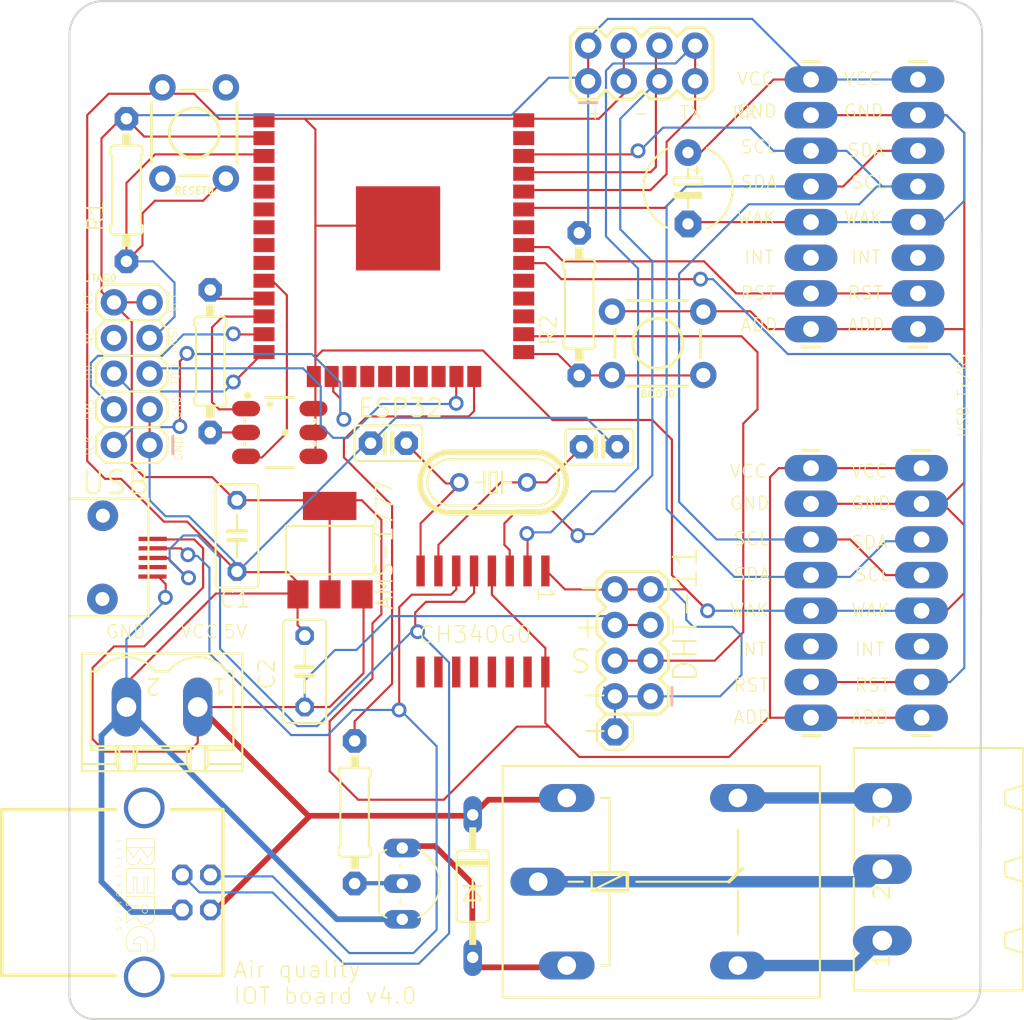
<source format=kicad_pcb>
(kicad_pcb (version 20241229) (generator "pcbnew") (generator_version "9.0")
  (layers (0 "F.Cu" signal) (2 "B.Cu" signal) (13 "F.Paste" user) (15 "B.Paste" user) (5 "F.SilkS" user "F.Silkscreen") (7 "B.SilkS" user "B.Silkscreen") (1 "F.Mask" user) (3 "B.Mask" user) (25 "Edge.Cuts" user))
  (net 0 "")
  (net 1 "S$2")
  (net 2 "S$3")
  (net 3 "S$4")
  (net 4 "S$23")
  (net 5 "S$7")
  (net 6 "S$74")
  (net 7 "S$38")
  (net 8 "S$93")
  (net 9 "S$35")
  (net 10 "S$13")
  (net 11 "S$9")
  (net 12 "S$15")
  (net 13 "S$16")
  (net 14 "S$14")
  (net 15 "S$27")
  (net 16 "S$17")
  (net 17 "S$21")
  (net 18 "S$53")
  (net 19 "S$12")
  (net 20 "S$1")
  (net 21 "S$24")
  (net 22 "S$26")
  (net 23 "S$28")
  (net 24 "S$29")
  (net 25 "S$10")
  (net 26 "S$31")
  (net 27 "S$34")
  (net 28 "S$42")
  (net 29 "S$49")
  (net 30 "S$11")
  (net 31 "S$50")
  (net 32 "S$20")
  (net 33 "S$57")
  (net 34 "S$64")
  (net 35 "S$75")
  (net 36 "S$76")
  (net 37 "S$6")
  (net 38 "S$94")
  (net 39 "S$95")
  (net 40 "S$5")
  (net 41 "S$96")
  (net 42 "S$86")
  (net 43 "S$18")
  (net 44 "S$99")
  (net 45 "S$8")
  (net 46 "S$19")
  (net 47 "S$43")
  (net 48 "S$47")
  (net 49 "S$48")
  (net 50 "S$55")
  (net 51 "S$107")
  (net 52 "S$61")
  (net 53 "S$59")
  (net 54 "S$60")
  (net 55 "S$56")
  (net 56 "S$62")
  (net 57 "S$68")
  (footprint "CO2_Sensor_CH340g:C050-030X075_420" (layer "F.Cu") (at 127.9271 106.842835 90)
    (property "Reference" "C1")
    (property "Value" "100uF")
  )
  (footprint "CO2_Sensor_CH340g:E5-6_420" (layer "F.Cu") (at 160.0581 82.077835 -90)
    (property "Reference" "E$18" (hide yes))
    (property "Value" "1000uf")
  )
  (footprint "CO2_Sensor_CH340g:dummyfp4" (layer "F.Cu") (at 129.0701 134.782835)
    (property "Reference" "UNK_HOLE_4" (hide yes))
    (property "Value" "")
  )
  (footprint "CO2_Sensor_CH340g:MSTBA3_176" (layer "F.Cu") (at 178.9811 130.591835 90)
    (property "Reference" "E$17" (hide yes))
    (property "Value" "")
  )
  (footprint "CO2_Sensor_CH340g:MSTBV2_176" (layer "F.Cu") (at 122.5931 119.034835 180)
    (property "Reference" "E$5" (hide yes))
    (property "Value" "")
  )
  (footprint "CO2_Sensor_CH340g:ESP-WROOM-32" (layer "F.Cu") (at 139.1031 84.236835)
    (property "Reference" "ESP32")
    (property "Value" "")
  )
  (footprint "CO2_Sensor_CH340g:2X4_513" (layer "F.Cu") (at 156.1211 114.462835 90)
    (property "Reference" "E$9" (hide yes))
    (property "Value" "")
  )
  (footprint "CO2_Sensor_CH340g:0207_10_420" (layer "F.Cu") (at 120.0531 82.204835 90)
    (property "Reference" "R1")
    (property "Value" "10k")
  )
  (footprint "CO2_Sensor_CH340g:TACTILE_SWITCH_PTH_6.0MM_535" (layer "F.Cu") (at 124.8791 78.140835 90)
    (property "Reference" "RESET0")
    (property "Value" "")
  )
  (footprint "CO2_Sensor_CH340g:HC49_S_204" (layer "F.Cu") (at 146.179528 103.031189)
    (property "Reference" "E$11" (hide yes))
    (property "Value" "12Mhz")
  )
  (footprint "CO2_Sensor_CH340g:C025-025X050_420" (layer "F.Cu") (at 138.716828 100.238714 180)
    (property "Reference" "E$13" (hide yes))
    (property "Value" "22pf")
  )
  (footprint "CO2_Sensor_CH340g:0207_10_420" (layer "F.Cu") (at 152.3111 90.332835 90)
    (property "Reference" "R2")
    (property "Value" "10k")
  )
  (footprint "CO2_Sensor_CH340g:TO92-_398" (layer "F.Cu") (at 139.7046 131.617839 -90)
    (property "Reference" "BC547" (hide yes))
    (property "Value" "BC547")
  )
  (footprint "CO2_Sensor_CH340g:PN61729-S_130" (layer "F.Cu") (at 121.3231 132.242835 -90)
    (property "Reference" "E$19" (hide yes))
    (property "Value" "")
  )
  (footprint "CO2_Sensor_CH340g:1X08_LONGPADS_513" (layer "F.Cu") (at 168.8211 119.796835 90)
    (property "Reference" "E$6" (hide yes))
    (property "Value" "")
  )
  (footprint "CO2_Sensor_CH340g:SOP16_338" (layer "F.Cu") (at 145.4531 112.938835 180)
    (property "Reference" "CH340G0")
    (property "Value" "")
  )
  (footprint "CO2_Sensor_CH340g:1X08_LONGPADS_513" (layer "F.Cu") (at 176.4411 92.110835 90)
    (property "Reference" "E$1" (hide yes))
    (property "Value" "")
  )
  (footprint "CO2_Sensor_CH340g:LED-TRICOLOR-5050_529" (layer "F.Cu") (at 130.9751 99.476835)
    (property "Reference" "E$7" (hide yes))
    (property "Value" "")
  )
  (footprint "CO2_Sensor_CH340g:MICR-USB" (layer "F.Cu") (at 118.035137 105.065345 -90)
    (property "Reference" "E$10" (hide yes))
    (property "Value" "" (hide yes))
  )
  (footprint "CO2_Sensor_CH340g:1X01_420" (layer "F.Cu") (at 154.8511 120.812835)
    (property "Reference" "E$8" (hide yes))
    (property "Value" "")
  )
  (footprint "CO2_Sensor_CH340g:1X08_LONGPADS_513" (layer "F.Cu") (at 168.8211 92.110835 90)
    (property "Reference" "E$4" (hide yes))
    (property "Value" "")
  )
  (footprint "CO2_Sensor_CH340g:dummyfp1" (layer "F.Cu") (at 160.6931 120.431835)
    (property "Reference" "UNK_HOLE_1" (hide yes))
    (property "Value" "")
  )
  (footprint "CO2_Sensor_CH340g:2X4_513" (layer "F.Cu") (at 156.7561 73.187835)
    (property "Reference" "E$2" (hide yes))
    (property "Value" "")
  )
  (footprint "CO2_Sensor_CH340g:0207_10_420" (layer "F.Cu") (at 136.3091 126.527835 -90)
    (property "Reference" "R3" (hide yes))
    (property "Value" "220")
  )
  (footprint "CO2_Sensor_CH340g:C050-030X075_420" (layer "F.Cu") (at 132.7531 116.494835 90)
    (property "Reference" "C2")
    (property "Value" "100uF")
  )
  (footprint "CO2_Sensor_CH340g:C2992_210" (layer "F.Cu") (at 144.722221 131.79271 -90)
    (property "Reference" "D2" (hide yes))
    (property "Value" "")
  )
  (footprint "CO2_Sensor_CH340g:1X08_LONGPADS_513" (layer "F.Cu") (at 176.6951 119.796835 90)
    (property "Reference" "E$3" (hide yes))
    (property "Value" "")
  )
  (footprint "CO2_Sensor_CH340g:dummyfp3" (layer "F.Cu") (at 156.3751 106.715835)
    (property "Reference" "UNK_HOLE_3" (hide yes))
    (property "Value" "")
  )
  (footprint "CO2_Sensor_CH340g:C025-025X050_420" (layer "F.Cu") (at 153.75075 100.492714 180)
    (property "Reference" "E$12" (hide yes))
    (property "Value" "22pf")
  )
  (footprint "CO2_Sensor_CH340g:0207_10_420" (layer "F.Cu") (at 126.0221 94.396835 90)
    (property "Reference" "R4" (hide yes))
    (property "Value" "68Ω")
  )
  (footprint "CO2_Sensor_CH340g:G5LE_339" (layer "F.Cu") (at 158.9151 131.480835)
    (property "Reference" "E$15" (hide yes))
    (property "Value" "")
  )
  (footprint "CO2_Sensor_CH340g:dummyfp0" (layer "F.Cu") (at 172.5041 71.790835)
    (property "Reference" "UNK_HOLE_0" (hide yes))
    (property "Value" "")
  )
  (footprint "CO2_Sensor_CH340g:dummyfp2" (layer "F.Cu") (at 124.4981 85.887835)
    (property "Reference" "UNK_HOLE_2" (hide yes))
    (property "Value" "")
  )
  (footprint "CO2_Sensor_CH340g:2X5_513" (layer "F.Cu") (at 121.7041 100.365835 90)
    (property "Reference" "JTAG0")
    (property "Value" "")
  )
  (footprint "CO2_Sensor_CH340g:SOT223_111" (layer "F.Cu") (at 134.5311 107.858835)
    (property "Reference" "AMS-1777")
    (property "Value" "3.3v")
  )
  (footprint "CO2_Sensor_CH340g:TACTILE_SWITCH_PTH_6.0MM_535" (layer "F.Cu") (at 157.8991 93.126835 180)
    (property "Reference" "BOOT0")
    (property "Value" "")
  )
  (gr_line (start 121.622415 104.182407) (end 121.622415 112.569935) (stroke (width 0.1524)) (layer "F.SilkS"))
  (gr_line (start 121.622415 112.569935) (end 116.038731 112.569935) (stroke (width 0.1524)) (layer "F.SilkS"))
  (gr_line (start 116.088365 104.182407) (end 121.622415 104.182407) (stroke (width 0.1524)) (layer "F.SilkS"))
  (gr_arc (start 180.8861 138.973835) (mid 180.216546 140.590281) (end 178.6001 141.259835) (stroke (width 0.1524)) (layer "Edge.Cuts"))
  (gr_arc (start 117.8941 141.259835) (mid 116.599667 140.828873) (end 115.9891 139.608835) (stroke (width 0.1524)) (layer "Edge.Cuts"))
  (gr_arc (start 178.7271 68.742835) (mid 180.343546 69.412389) (end 181.0131 71.028835) (stroke (width 0.1524)) (layer "Edge.Cuts"))
  (gr_line (start 118.4021 68.742835) (end 178.7271 68.742835) (stroke (width 0.1524)) (layer "Edge.Cuts"))
  (gr_line (start 115.9891 139.608835) (end 115.9891 71.155835) (stroke (width 0.1524)) (layer "Edge.Cuts"))
  (gr_line (start 178.6001 141.259835) (end 117.8941 141.259835) (stroke (width 0.1524)) (layer "Edge.Cuts"))
  (gr_arc (start 115.9891 71.155835) (mid 116.695851 69.449586) (end 118.4021 68.742835) (stroke (width 0.1524)) (layer "Edge.Cuts"))
  (gr_line (start 181.0131 71.028835) (end 180.8861 138.973835) (stroke (width 0.1524)) (layer "Edge.Cuts"))
  (gr_text "USB" (at 116.733287 104.013023 0) (layer "F.SilkS") (effects (font (size 1.63576 1.63576) (thickness 0.14224)) (justify left bottom)))
  (gr_text "GND" (at 171.6151 105.064835 0) (layer "F.SilkS") (effects (font (size 0.93472 0.93472) (thickness 0.08128)) (justify left bottom)))
  (gr_text "GND" (at 124.1171 101.508835 90) (layer "F.SilkS") (effects (font (size 0.560832 0.560832) (thickness 0.048768)) (justify left bottom)))
  (gr_text "ADD" (at 163.2331 120.304835 0) (layer "F.SilkS") (effects (font (size 0.93472 0.93472) (thickness 0.08128)) (justify left bottom)))
  (gr_text "SCL" (at 163.7411 79.664835 0) (layer "F.SilkS") (effects (font (size 0.93472 0.93472) (thickness 0.08128)) (justify left bottom)))
  (gr_text "+" (at 151.8031 114.208835 0) (layer "F.SilkS") (effects (font (size 1.63576 1.63576) (thickness 0.14224)) (justify left bottom)))
  (gr_text "ADD" (at 171.3611 92.364835 0) (layer "F.SilkS") (effects (font (size 0.93472 0.93472) (thickness 0.08128)) (justify left bottom)))
  (gr_text "DHT-11" (at 160.8201 117.383835 90) (layer "F.SilkS") (effects (font (size 1.63576 1.63576) (thickness 0.14224)) (justify left bottom)))
  (gr_text "VCC" (at 117.6401 90.967835 90) (layer "F.SilkS") (effects (font (size 0.560832 0.560832) (thickness 0.048768)) (justify left bottom)))
  (gr_text "RST" (at 171.8691 118.018835 0) (layer "F.SilkS") (effects (font (size 0.93472 0.93472) (thickness 0.08128)) (justify left bottom)))
  (gr_text "VCC" (at 123.7361 90.967835 90) (layer "F.SilkS") (effects (font (size 0.560832 0.560832) (thickness 0.048768)) (justify left bottom)))
  (gr_text "GND" (at 163.4871 77.124835 0) (layer "F.SilkS") (effects (font (size 0.93472 0.93472) (thickness 0.08128)) (justify left bottom)))
  (gr_text "INT" (at 171.8691 115.478835 0) (layer "F.SilkS") (effects (font (size 0.93472 0.93472) (thickness 0.08128)) (justify left bottom)))
  (gr_text "GND" (at 118.5291 114.208835 0) (layer "F.SilkS") (effects (font (size 0.93472 0.93472) (thickness 0.08128)) (justify left bottom)))
  (gr_text "SDA" (at 163.7411 82.204835 0) (layer "F.SilkS") (effects (font (size 0.93472 0.93472) (thickness 0.08128)) (justify left bottom)))
  (gr_text "SCL" (at 171.8691 110.144835 0) (layer "F.SilkS") (effects (font (size 0.93472 0.93472) (thickness 0.08128)) (justify left bottom)))
  (gr_text "WAK" (at 163.4871 84.744835 0) (layer "F.SilkS") (effects (font (size 0.93472 0.93472) (thickness 0.08128)) (justify left bottom)))
  (gr_text "VCC" (at 163.4871 74.838835 0) (layer "F.SilkS") (effects (font (size 0.93472 0.93472) (thickness 0.08128)) (justify left bottom)))
  (gr_text "WAK" (at 171.1071 84.744835 0) (layer "F.SilkS") (effects (font (size 0.93472 0.93472) (thickness 0.08128)) (justify left bottom)))
  (gr_text "WAK" (at 171.6151 112.684835 0) (layer "F.SilkS") (effects (font (size 0.93472 0.93472) (thickness 0.08128)) (justify left bottom)))
  (gr_text "S" (at 151.5491 116.748835 0) (layer "F.SilkS") (effects (font (size 1.63576 1.63576) (thickness 0.14224)) (justify left bottom)))
  (gr_text "TDO" (at 123.8631 96.174835 90) (layer "F.SilkS") (effects (font (size 0.560832 0.560832) (thickness 0.048768)) (justify left bottom)))
  (gr_text "VCC" (at 171.6151 102.778835 0) (layer "F.SilkS") (effects (font (size 0.93472 0.93472) (thickness 0.08128)) (justify left bottom)))
  (gr_text "+   -   TX   RX" (at 152.8191 77.251835 0) (layer "F.SilkS") (effects (font (size 0.93472 0.93472) (thickness 0.08128)) (justify left bottom)))
  (gr_text "USB Tx/Rx" (at 180.088287 99.875648 90) (layer "F.SilkS") (effects (font (size 0.747776 0.747776) (thickness 0.065024)) (justify left bottom)))
  (gr_text "SCL" (at 171.6151 82.204835 0) (layer "F.SilkS") (effects (font (size 0.93472 0.93472) (thickness 0.08128)) (justify left bottom)))
  (gr_text "RST" (at 163.2331 118.018835 0) (layer "F.SilkS") (effects (font (size 0.93472 0.93472) (thickness 0.08128)) (justify left bottom)))
  (gr_text "NC" (at 117.7671 93.253835 90) (layer "F.SilkS") (effects (font (size 0.560832 0.560832) (thickness 0.048768)) (justify left bottom)))
  (gr_text "-" (at 152.3111 119.034835 0) (layer "F.SilkS") (effects (font (size 1.63576 1.63576) (thickness 0.14224)) (justify left bottom)))
  (gr_text "WAK" (at 162.9791 112.684835 0) (layer "F.SilkS") (effects (font (size 0.93472 0.93472) (thickness 0.08128)) (justify left bottom)))
  (gr_text "ADD" (at 163.7411 92.364835 0) (layer "F.SilkS") (effects (font (size 0.93472 0.93472) (thickness 0.08128)) (justify left bottom)))
  (gr_text "nRST" (at 123.7361 93.888835 90) (layer "F.SilkS") (effects (font (size 0.560832 0.560832) (thickness 0.048768)) (justify left bottom)))
  (gr_text "-" (at 152.0571 111.414835 0) (layer "F.SilkS") (effects (font (size 1.63576 1.63576) (thickness 0.14224)) (justify left bottom)))
  (gr_text "VCC" (at 123.8631 114.208835 0) (layer "F.SilkS") (effects (font (size 0.93472 0.93472) (thickness 0.08128)) (justify left bottom)))
  (gr_text "VCC" (at 162.9791 102.778835 0) (layer "F.SilkS") (effects (font (size 0.93472 0.93472) (thickness 0.08128)) (justify left bottom)))
  (gr_text "SDA" (at 171.6151 107.858835 0) (layer "F.SilkS") (effects (font (size 0.93472 0.93472) (thickness 0.08128)) (justify left bottom)))
  (gr_text "TCK" (at 117.7671 101.254835 90) (layer "F.SilkS") (effects (font (size 0.560832 0.560832) (thickness 0.048768)) (justify left bottom)))
  (gr_text "Air quality\nIOT board v4.0" (at 127.608025 140.292538 0) (layer "F.SilkS") (effects (font (size 1.1684 1.1684) (thickness 0.1016)) (justify left bottom)))
  (gr_text "SDA" (at 171.3611 79.918835 0) (layer "F.SilkS") (effects (font (size 0.93472 0.93472) (thickness 0.08128)) (justify left bottom)))
  (gr_text "RST" (at 171.3611 90.078835 0) (layer "F.SilkS") (effects (font (size 0.93472 0.93472) (thickness 0.08128)) (justify left bottom)))
  (gr_text "-" (at 152.3111 121.574835 0) (layer "F.SilkS") (effects (font (size 1.63576 1.63576) (thickness 0.14224)) (justify left bottom)))
  (gr_text "TMS" (at 117.7671 98.714835 90) (layer "F.SilkS") (effects (font (size 0.560832 0.560832) (thickness 0.048768)) (justify left bottom)))
  (gr_text "GND" (at 162.9791 105.064835 0) (layer "F.SilkS") (effects (font (size 0.93472 0.93472) (thickness 0.08128)) (justify left bottom)))
  (gr_text "GND" (at 171.1071 77.124835 0) (layer "F.SilkS") (effects (font (size 0.93472 0.93472) (thickness 0.08128)) (justify left bottom)))
  (gr_text "RST" (at 163.7411 90.078835 0) (layer "F.SilkS") (effects (font (size 0.93472 0.93472) (thickness 0.08128)) (justify left bottom)))
  (gr_text "INT" (at 171.6151 87.538835 0) (layer "F.SilkS") (effects (font (size 0.93472 0.93472) (thickness 0.08128)) (justify left bottom)))
  (gr_text "GND" (at 123.9901 98.587835 90) (layer "F.SilkS") (effects (font (size 0.560832 0.560832) (thickness 0.048768)) (justify left bottom)))
  (gr_text "5V" (at 126.9111 114.208835 0) (layer "F.SilkS") (effects (font (size 0.93472 0.93472) (thickness 0.08128)) (justify left bottom)))
  (gr_text "VCC" (at 171.1071 74.838835 0) (layer "F.SilkS") (effects (font (size 0.93472 0.93472) (thickness 0.08128)) (justify left bottom)))
  (gr_text "SCL" (at 163.2331 107.604835 0) (layer "F.SilkS") (effects (font (size 0.93472 0.93472) (thickness 0.08128)) (justify left bottom)))
  (gr_text "SDA" (at 163.2331 110.144835 0) (layer "F.SilkS") (effects (font (size 0.93472 0.93472) (thickness 0.08128)) (justify left bottom)))
  (gr_text "INT" (at 163.9951 87.538835 0) (layer "F.SilkS") (effects (font (size 0.93472 0.93472) (thickness 0.08128)) (justify left bottom)))
  (gr_text "INT" (at 163.4871 115.478835 0) (layer "F.SilkS") (effects (font (size 0.93472 0.93472) (thickness 0.08128)) (justify left bottom)))
  (gr_text "ADD" (at 171.6151 120.304835 0) (layer "F.SilkS") (effects (font (size 0.93472 0.93472) (thickness 0.08128)) (justify left bottom)))
  (gr_text "TDI" (at 117.7671 95.920835 90) (layer "F.SilkS") (effects (font (size 0.560832 0.560832) (thickness 0.048768)) (justify left bottom)))
  (segment (start 148.5011 80.934835) (end 157.3911 80.934835) (width 0.1524) (layer "F.Cu") (net 1))
  (segment (start 157.7721 72.171835) (end 157.7721 80.553835) (width 0.1524) (layer "F.Cu") (net 1))
  (segment (start 157.3911 80.934835) (end 157.7721 80.553835) (width 0.1524) (layer "F.Cu") (net 1))
  (segment (start 157.7721 72.171835) (end 158.0261 71.917835) (width 0.1524) (layer "F.Cu") (net 1))
  (segment (start 148.6281 106.715835) (end 148.6281 109.763835) (width 0.1524) (layer "F.Cu") (net 2))
  (segment (start 158.5341 78.775835) (end 158.5341 81.061835) (width 0.1524) (layer "F.Cu") (net 2))
  (segment (start 158.5341 81.061835) (end 157.3911 82.204835) (width 0.1524) (layer "F.Cu") (net 2))
  (segment (start 160.5661 76.743835) (end 158.5341 78.775835) (width 0.1524) (layer "F.Cu") (net 2))
  (segment (start 160.5661 76.743835) (end 160.5661 71.917835) (width 0.1524) (layer "F.Cu") (net 2))
  (segment (start 148.5011 82.204835) (end 157.3911 82.204835) (width 0.1524) (layer "F.Cu") (net 2))
  (via (at 148.579625 106.677435) (size 1.0564) (drill 0.65) (layers "F.Cu" "B.Cu") (net 2))
  (segment (start 154.7241 73.187835) (end 154.2161 73.695835) (width 0.1524) (layer "B.Cu") (net 2))
  (segment (start 156.5021 102.016835) (end 154.8511 103.667835) (width 0.1524) (layer "B.Cu") (net 2))
  (segment (start 159.1691 73.187835) (end 154.7241 73.187835) (width 0.1524) (layer "B.Cu") (net 2))
  (segment (start 154.2161 73.695835) (end 154.2161 85.506835) (width 0.1524) (layer "B.Cu") (net 2))
  (segment (start 160.5661 71.790835) (end 159.1691 73.187835) (width 0.1524) (layer "B.Cu") (net 2))
  (segment (start 154.8511 103.667835) (end 153.2001 103.667835) (width 0.1524) (layer "B.Cu") (net 2))
  (segment (start 150.2791 106.588835) (end 148.2471 106.588835) (width 0.1524) (layer "B.Cu") (net 2))
  (segment (start 156.5021 102.016835) (end 156.5021 87.792835) (width 0.1524) (layer "B.Cu") (net 2))
  (segment (start 156.5021 87.792835) (end 154.2161 85.506835) (width 0.1524) (layer "B.Cu") (net 2))
  (segment (start 153.2001 103.667835) (end 150.2791 106.588835) (width 0.1524) (layer "B.Cu") (net 2))
  (segment (start 121.3231 78.394835) (end 120.0531 77.124835) (width 0.1524) (layer "F.Cu") (net 3))
  (segment (start 129.7051 78.394835) (end 121.3231 78.394835) (width 0.1524) (layer "F.Cu") (net 3))
  (segment (start 120.0531 87.284835) (end 121.1961 86.141835) (width 0.1524) (layer "F.Cu") (net 4))
  (segment (start 122.0851 82.966835) (end 125.5141 82.966835) (width 0.1524) (layer "F.Cu") (net 4))
  (segment (start 125.5141 82.966835) (end 127.1651 81.315835) (width 0.1524) (layer "F.Cu") (net 4))
  (segment (start 122.0851 79.664835) (end 129.4511 79.664835) (width 0.1524) (layer "F.Cu") (net 4))
  (segment (start 121.1961 83.855835) (end 122.0851 82.966835) (width 0.1524) (layer "F.Cu") (net 4))
  (segment (start 121.1961 86.141835) (end 121.1961 83.855835) (width 0.1524) (layer "F.Cu") (net 4))
  (segment (start 120.0531 87.284835) (end 120.0531 81.696835) (width 0.1524) (layer "F.Cu") (net 4))
  (segment (start 122.0851 79.664835) (end 120.0531 81.696835) (width 0.1524) (layer "F.Cu") (net 4))
  (segment (start 120.0531 87.284835) (end 121.9581 87.284835) (width 0.1524) (layer "B.Cu") (net 4))
  (segment (start 121.9581 87.284835) (end 123.4821 88.808835) (width 0.1524) (layer "B.Cu") (net 4))
  (segment (start 123.4821 88.808835) (end 123.4821 91.221835) (width 0.1524) (layer "B.Cu") (net 4))
  (segment (start 120.0531 87.284835) (end 120.4341 87.665835) (width 0.1524) (layer "B.Cu") (net 4))
  (segment (start 121.9581 92.745835) (end 121.7041 92.745835) (width 0.1524) (layer "B.Cu") (net 4))
  (segment (start 123.4821 91.221835) (end 121.9581 92.745835) (width 0.1524) (layer "B.Cu") (net 4))
  (segment (start 152.3111 95.412835) (end 161.2011 95.412835) (width 0.1524) (layer "F.Cu") (net 5))
  (segment (start 150.7871 93.888835) (end 152.3111 95.412835) (width 0.1524) (layer "F.Cu") (net 5))
  (segment (start 148.5011 93.888835) (end 150.7871 93.888835) (width 0.1524) (layer "F.Cu") (net 5))
  (via (at 122.826178 111.225392) (size 1.0564) (drill 0.65) (layers "F.Cu" "B.Cu") (net 6))
  (segment (start 122.476628 107.731742) (end 123.929484 107.731742) (width 0.1524) (layer "F.Cu") (net 7))
  (segment (start 139.4841 111.922835) (end 139.4841 119.161835) (width 0.1524) (layer "F.Cu") (net 7))
  (segment (start 140.3731 111.033835) (end 139.4841 111.922835) (width 0.1524) (layer "F.Cu") (net 7))
  (segment (start 143.1671 111.033835) (end 140.3731 111.033835) (width 0.1524) (layer "F.Cu") (net 7))
  (segment (start 123.929484 107.731742) (end 124.330209 108.132467) (width 0.1524) (layer "F.Cu") (net 7))
  (segment (start 143.5481 110.652835) (end 143.1671 111.033835) (width 0.1524) (layer "F.Cu") (net 7))
  (segment (start 143.5481 109.509835) (end 143.5481 110.652835) (width 0.1524) (layer "F.Cu") (net 7))
  (via (at 124.433862 108.18577) (size 1.0564) (drill 0.65) (layers "F.Cu" "B.Cu") (net 7))
  (via (at 139.477918 119.244973) (size 1.0564) (drill 0.65) (layers "F.Cu" "B.Cu") (net 7))
  (segment (start 125.119159 108.274632) (end 125.96485 109.120323) (width 0.1524) (layer "B.Cu") (net 7))
  (segment (start 135.9281 136.560835) (end 130.4671 131.099835) (width 0.1524) (layer "B.Cu") (net 7))
  (segment (start 131.782271 121.030789) (end 134.391681 121.030789) (width 0.1524) (layer "B.Cu") (net 7))
  (segment (start 126.0221 131.099835) (end 130.4671 131.099835) (width 0.1524) (layer "B.Cu") (net 7))
  (segment (start 134.391681 121.030789) (end 136.178459 119.24401) (width 0.1524) (layer "B.Cu") (net 7))
  (segment (start 142.1511 121.828835) (end 142.1511 134.909835) (width 0.1524) (layer "B.Cu") (net 7))
  (segment (start 136.178459 119.24401) (end 139.462496 119.244601) (width 0.1524) (layer "B.Cu") (net 7))
  (segment (start 124.252846 108.274632) (end 125.119159 108.274632) (width 0.1524) (layer "B.Cu") (net 7))
  (segment (start 125.96485 109.120323) (end 125.96485 115.213367) (width 0.1524) (layer "B.Cu") (net 7))
  (segment (start 140.5001 136.560835) (end 135.9281 136.560835) (width 0.1524) (layer "B.Cu") (net 7))
  (segment (start 142.1511 134.909835) (end 140.5001 136.560835) (width 0.1524) (layer "B.Cu") (net 7))
  (segment (start 125.96485 115.213367) (end 131.782271 121.030789) (width 0.1524) (layer "B.Cu") (net 7))
  (segment (start 139.6111 119.288835) (end 142.1511 121.828835) (width 0.1524) (layer "B.Cu") (net 7))
  (segment (start 134.7851 95.539835) (end 134.7851 96.555835) (width 0.1524) (layer "F.Cu") (net 8))
  (segment (start 134.7851 96.555835) (end 135.2931 97.063835) (width 0.1524) (layer "F.Cu") (net 8))
  (segment (start 124.3711 93.888835) (end 123.8631 94.396835) (width 0.1524) (layer "F.Cu") (net 8))
  (segment (start 135.2931 97.063835) (end 135.2931 98.587835) (width 0.1524) (layer "F.Cu") (net 8))
  (segment (start 123.8631 94.396835) (end 123.8631 99.095835) (width 0.1524) (layer "F.Cu") (net 8))
  (via (at 123.856918 99.051973) (size 1.0564) (drill 0.65) (layers "F.Cu" "B.Cu") (net 8))
  (via (at 124.364918 93.844973) (size 1.0564) (drill 0.65) (layers "F.Cu" "B.Cu") (net 8))
  (via (at 135.540918 98.543973) (size 1.0564) (drill 0.65) (layers "F.Cu" "B.Cu") (net 8))
  (segment (start 124.3711 93.888835) (end 133.2611 93.888835) (width 0.1524) (layer "B.Cu") (net 8))
  (segment (start 119.1641 100.492835) (end 120.5611 99.095835) (width 0.1524) (layer "B.Cu") (net 8))
  (segment (start 120.5611 99.095835) (end 123.8631 99.095835) (width 0.1524) (layer "B.Cu") (net 8))
  (segment (start 135.2931 95.920835) (end 135.2931 98.587835) (width 0.1524) (layer "B.Cu") (net 8))
  (segment (start 133.2611 93.888835) (end 135.2931 95.920835) (width 0.1524) (layer "B.Cu") (net 8))
  (via (at 152.21639 106.825301) (size 1.0564) (drill 0.65) (layers "F.Cu" "B.Cu") (net 9))
  (segment (start 171.6151 107.096835) (end 174.1551 109.636835) (width 0.1524) (layer "F.Cu") (net 10))
  (segment (start 168.8211 107.096835) (end 171.6151 107.096835) (width 0.1524) (layer "F.Cu") (net 10))
  (segment (start 174.1551 109.636835) (end 176.6951 109.636835) (width 0.1524) (layer "F.Cu") (net 10))
  (segment (start 147.9931 79.664835) (end 156.2481 79.664835) (width 0.1524) (layer "F.Cu") (net 10))
  (segment (start 156.5021 79.410835) (end 156.2481 79.664835) (width 0.1524) (layer "F.Cu") (net 10))
  (via (at 156.5021 79.410835) (size 1.0564) (drill 0.65) (layers "F.Cu" "B.Cu") (net 10))
  (segment (start 173.9011 81.950835) (end 173.5201 81.950835) (width 0.1524) (layer "B.Cu") (net 10))
  (segment (start 158.2801 77.759835) (end 164.5031 77.759835) (width 0.1524) (layer "B.Cu") (net 10))
  (segment (start 173.9011 81.950835) (end 176.6951 81.950835) (width 0.1524) (layer "B.Cu") (net 10))
  (segment (start 171.3611 79.410835) (end 173.9011 81.950835) (width 0.1524) (layer "B.Cu") (net 10))
  (segment (start 172.2501 83.220835) (end 164.3761 83.220835) (width 0.1524) (layer "B.Cu") (net 10))
  (segment (start 162.0901 107.096835) (end 168.8211 107.096835) (width 0.1524) (layer "B.Cu") (net 10))
  (segment (start 164.5031 77.759835) (end 166.1541 79.410835) (width 0.1524) (layer "B.Cu") (net 10))
  (segment (start 171.3611 79.410835) (end 166.1541 79.410835) (width 0.1524) (layer "B.Cu") (net 10))
  (segment (start 158.2801 77.759835) (end 156.6291 79.410835) (width 0.1524) (layer "B.Cu") (net 10))
  (segment (start 159.4231 88.173835) (end 159.4231 104.429835) (width 0.1524) (layer "B.Cu") (net 10))
  (segment (start 159.4231 104.429835) (end 162.0901 107.096835) (width 0.1524) (layer "B.Cu") (net 10))
  (segment (start 173.5201 81.950835) (end 172.2501 83.220835) (width 0.1524) (layer "B.Cu") (net 10))
  (segment (start 164.3761 83.220835) (end 159.4231 88.173835) (width 0.1524) (layer "B.Cu") (net 10))
  (segment (start 156.5021 79.410835) (end 156.6291 79.410835) (width 0.1524) (layer "B.Cu") (net 10))
  (segment (start 152.3111 85.252835) (end 152.9461 84.617835) (width 0.1524) (layer "B.Cu") (net 11))
  (segment (start 152.9461 74.076835) (end 152.9461 84.617835) (width 0.1524) (layer "B.Cu") (net 11))
  (segment (start 158.4071 83.474835) (end 148.2471 83.474835) (width 0.1524) (layer "F.Cu") (net 12))
  (segment (start 168.8211 81.950835) (end 171.1071 81.950835) (width 0.1524) (layer "F.Cu") (net 12))
  (segment (start 173.6471 79.410835) (end 176.4411 79.410835) (width 0.1524) (layer "F.Cu") (net 12))
  (segment (start 158.4071 83.474835) (end 159.9311 81.950835) (width 0.1524) (layer "F.Cu") (net 12))
  (segment (start 159.9311 81.950835) (end 168.8211 81.950835) (width 0.1524) (layer "F.Cu") (net 12))
  (segment (start 171.1071 81.950835) (end 173.6471 79.410835) (width 0.1524) (layer "F.Cu") (net 12))
  (segment (start 174.1551 107.223835) (end 176.6951 107.223835) (width 0.1524) (layer "B.Cu") (net 12))
  (segment (start 171.6151 109.763835) (end 174.1551 107.223835) (width 0.1524) (layer "B.Cu") (net 12))
  (segment (start 159.9311 81.950835) (end 158.5341 83.347835) (width 0.1524) (layer "B.Cu") (net 12))
  (segment (start 163.3601 109.763835) (end 171.6151 109.763835) (width 0.1524) (layer "B.Cu") (net 12))
  (segment (start 168.8211 81.950835) (end 159.9311 81.950835) (width 0.1524) (layer "B.Cu") (net 12))
  (segment (start 158.5341 83.347835) (end 158.5341 104.937835) (width 0.1524) (layer "B.Cu") (net 12))
  (segment (start 158.5341 104.937835) (end 163.3601 109.763835) (width 0.1524) (layer "B.Cu") (net 12))
  (segment (start 178.4731 76.870835) (end 179.7431 78.140835) (width 0.1524) (layer "B.Cu") (net 13))
  (segment (start 179.7431 82.966835) (end 178.2191 84.490835) (width 0.1524) (layer "B.Cu") (net 13))
  (segment (start 176.6951 76.870835) (end 178.4731 76.870835) (width 0.1524) (layer "B.Cu") (net 13))
  (segment (start 179.7431 78.140835) (end 179.7431 82.966835) (width 0.1524) (layer "B.Cu") (net 13))
  (segment (start 178.2191 84.490835) (end 176.4411 84.490835) (width 0.1524) (layer "B.Cu") (net 13))
  (segment (start 176.4411 84.490835) (end 168.8211 84.490835) (width 0.1524) (layer "B.Cu") (net 13))
  (segment (start 168.8211 89.570835) (end 163.4871 89.570835) (width 0.1524) (layer "F.Cu") (net 14))
  (segment (start 150.1521 86.268835) (end 151.1681 87.284835) (width 0.1524) (layer "F.Cu") (net 14))
  (segment (start 148.5011 86.268835) (end 150.1521 86.268835) (width 0.1524) (layer "F.Cu") (net 14))
  (segment (start 151.1681 87.284835) (end 161.2011 87.284835) (width 0.1524) (layer "F.Cu") (net 14))
  (segment (start 161.2011 87.284835) (end 163.4871 89.570835) (width 0.1524) (layer "F.Cu") (net 14))
  (segment (start 168.8211 89.570835) (end 176.5681 89.570835) (width 0.1524) (layer "F.Cu") (net 14))
  (segment (start 149.8981 87.411835) (end 151.0411 88.554835) (width 0.1524) (layer "F.Cu") (net 15))
  (segment (start 176.6951 117.256835) (end 169.0751 117.256835) (width 0.1524) (layer "F.Cu") (net 15))
  (segment (start 151.0411 88.554835) (end 160.9471 88.554835) (width 0.1524) (layer "F.Cu") (net 15))
  (segment (start 148.3741 87.411835) (end 149.8981 87.411835) (width 0.1524) (layer "F.Cu") (net 15))
  (via (at 160.9471 88.554835) (size 1.0564) (drill 0.65) (layers "F.Cu" "B.Cu") (net 15))
  (segment (start 160.9471 88.554835) (end 161.8361 88.554835) (width 0.1524) (layer "B.Cu") (net 15))
  (segment (start 179.7431 116.240835) (end 178.7271 117.256835) (width 0.1524) (layer "B.Cu") (net 15))
  (segment (start 179.7431 94.904835) (end 179.7431 116.240835) (width 0.1524) (layer "B.Cu") (net 15))
  (segment (start 178.7271 117.256835) (end 176.6951 117.256835) (width 0.1524) (layer "B.Cu") (net 15))
  (segment (start 178.7271 93.888835) (end 179.7431 94.904835) (width 0.1524) (layer "B.Cu") (net 15))
  (segment (start 161.8361 88.554835) (end 167.1701 93.888835) (width 0.1524) (layer "B.Cu") (net 15))
  (segment (start 167.1701 93.888835) (end 178.7271 93.888835) (width 0.1524) (layer "B.Cu") (net 15))
  (segment (start 126.0221 99.476835) (end 129.0701 99.476835) (width 0.1524) (layer "F.Cu") (net 16))
  (segment (start 126.0221 89.316835) (end 126.0221 89.951835) (width 0.1524) (layer "F.Cu") (net 17))
  (segment (start 126.0221 89.951835) (end 130.2131 89.951835) (width 0.1524) (layer "F.Cu") (net 17))
  (segment (start 126.1491 91.983835) (end 126.1491 97.317835) (width 0.1524) (layer "F.Cu") (net 18))
  (segment (start 126.9111 91.221835) (end 126.1491 91.983835) (width 0.1524) (layer "F.Cu") (net 18))
  (segment (start 129.7051 91.221835) (end 126.9111 91.221835) (width 0.1524) (layer "F.Cu") (net 18))
  (segment (start 126.1491 97.317835) (end 126.6571 97.825835) (width 0.1524) (layer "F.Cu") (net 18))
  (segment (start 126.6571 97.825835) (end 128.5621 97.825835) (width 0.1524) (layer "F.Cu") (net 18))
  (segment (start 131.4831 89.697835) (end 130.4671 88.681835) (width 0.1524) (layer "F.Cu") (net 19))
  (segment (start 130.4671 88.681835) (end 129.7051 88.681835) (width 0.1524) (layer "F.Cu") (net 19))
  (segment (start 129.7051 101.254835) (end 131.4831 99.476835) (width 0.1524) (layer "F.Cu") (net 19))
  (segment (start 128.6891 101.254835) (end 129.7051 101.254835) (width 0.1524) (layer "F.Cu") (net 19))
  (segment (start 131.4831 99.476835) (end 131.4831 89.697835) (width 0.1524) (layer "F.Cu") (net 19))
  (segment (start 163.9951 98.841835) (end 163.9951 113.700835) (width 0.1524) (layer "F.Cu") (net 20))
  (segment (start 148.5011 92.618835) (end 163.8681 92.618835) (width 0.1524) (layer "F.Cu") (net 20))
  (segment (start 163.8681 92.618835) (end 165.0111 93.761835) (width 0.1524) (layer "F.Cu") (net 20))
  (segment (start 161.9631 115.732835) (end 154.8511 115.732835) (width 0.1524) (layer "F.Cu") (net 20))
  (segment (start 165.0111 97.825835) (end 163.9951 98.841835) (width 0.1524) (layer "F.Cu") (net 20))
  (segment (start 165.0111 93.761835) (end 165.0111 97.825835) (width 0.1524) (layer "F.Cu") (net 20))
  (segment (start 163.9951 113.700835) (end 161.9631 115.732835) (width 0.1524) (layer "F.Cu") (net 20))
  (segment (start 138.8491 112.557835) (end 136.4361 114.970835) (width 0.1524) (layer "B.Cu") (net 21))
  (segment (start 138.8491 112.557835) (end 155.3591 112.557835) (width 0.1524) (layer "B.Cu") (net 21))
  (segment (start 132.7531 117.129835) (end 132.7531 119.034835) (width 0.1524) (layer "B.Cu") (net 21))
  (segment (start 134.9121 114.970835) (end 132.7531 117.129835) (width 0.1524) (layer "B.Cu") (net 21))
  (segment (start 136.4361 114.970835) (end 134.9121 114.970835) (width 0.1524) (layer "B.Cu") (net 21))
  (segment (start 152.9461 71.917835) (end 152.9461 74.457835) (width 0.1524) (layer "F.Cu") (net 22))
  (segment (start 157.3911 113.192835) (end 154.5971 113.192835) (width 0.1524) (layer "F.Cu") (net 23))
  (segment (start 163.2331 113.319835) (end 160.4391 113.319835) (width 0.1524) (layer "B.Cu") (net 24))
  (segment (start 157.3911 110.652835) (end 158.9151 110.652835) (width 0.1524) (layer "B.Cu") (net 24))
  (segment (start 163.8681 116.748835) (end 163.8681 113.954835) (width 0.1524) (layer "B.Cu") (net 24))
  (segment (start 159.9311 112.811835) (end 159.9311 111.668835) (width 0.1524) (layer "B.Cu") (net 24))
  (segment (start 154.8511 120.812835) (end 154.8511 118.272835) (width 0.1524) (layer "B.Cu") (net 24))
  (segment (start 163.8681 113.954835) (end 163.2331 113.319835) (width 0.1524) (layer "B.Cu") (net 24))
  (segment (start 158.9151 110.652835) (end 159.9311 111.668835) (width 0.1524) (layer "B.Cu") (net 24))
  (segment (start 154.8511 118.272835) (end 162.3441 118.272835) (width 0.1524) (layer "B.Cu") (net 24))
  (segment (start 162.3441 118.272835) (end 163.8681 116.748835) (width 0.1524) (layer "B.Cu") (net 24))
  (segment (start 160.4391 113.319835) (end 159.9311 112.811835) (width 0.1524) (layer "B.Cu") (net 24))
  (segment (start 126.42815 110.949829) (end 132.2451 110.949829) (width 0.1524) (layer "F.Cu") (net 25))
  (segment (start 132.2451 110.949829) (end 132.2451 113.192835) (width 0.1524) (layer "F.Cu") (net 25))
  (segment (start 131.526134 109.42587) (end 132.2451 110.144835) (width 0.1524) (layer "F.Cu") (net 25))
  (segment (start 120.0531 119.034835) (end 120.0531 117.324879) (width 0.1524) (layer "F.Cu") (net 25))
  (segment (start 120.0531 117.324879) (end 126.42815 110.949829) (width 0.1524) (layer "F.Cu") (net 25))
  (segment (start 132.2451 110.144835) (end 132.2451 110.949829) (width 0.1524) (layer "F.Cu") (net 25))
  (segment (start 127.963859 109.42587) (end 131.526134 109.42587) (width 0.1524) (layer "F.Cu") (net 25))
  (segment (start 132.2451 113.192835) (end 133.0071 113.954835) (width 0.1524) (layer "F.Cu") (net 25))
  (segment (start 119.1641 114.716835) (end 121.3231 114.716835) (width 0.1524) (layer "F.Cu") (net 26))
  (segment (start 125.5141 110.525835) (end 125.5141 107.731835) (width 0.1524) (layer "F.Cu") (net 26))
  (segment (start 136.9441 110.906835) (end 136.9441 116.621835) (width 0.1524) (layer "F.Cu") (net 26))
  (segment (start 125.5141 107.731835) (end 124.8791 107.096835) (width 0.1524) (layer "F.Cu") (net 26))
  (segment (start 125.1331 121.574835) (end 124.4981 122.209835) (width 0.1524) (layer "F.Cu") (net 26))
  (segment (start 136.9441 116.621835) (end 134.5311 119.034835) (width 0.1524) (layer "F.Cu") (net 26))
  (segment (start 117.6401 121.320835) (end 117.6401 116.240835) (width 0.1524) (layer "F.Cu") (net 26))
  (segment (start 121.3231 114.716835) (end 125.5141 110.525835) (width 0.1524) (layer "F.Cu") (net 26))
  (segment (start 124.4981 122.209835) (end 118.5291 122.209835) (width 0.1524) (layer "F.Cu") (net 26))
  (segment (start 125.1331 119.034835) (end 125.1331 121.574835) (width 0.1524) (layer "F.Cu") (net 26))
  (segment (start 124.8791 107.096835) (end 121.8311 107.096835) (width 0.1524) (layer "F.Cu") (net 26))
  (segment (start 134.5311 119.034835) (end 125.1331 119.034835) (width 0.1524) (layer "F.Cu") (net 26))
  (segment (start 117.6401 116.240835) (end 119.1641 114.716835) (width 0.1524) (layer "F.Cu") (net 26))
  (segment (start 118.5291 122.209835) (end 117.6401 121.320835) (width 0.1524) (layer "F.Cu") (net 26))
  (segment (start 138.079206 100.381476) (end 138.079206 99.60156) (width 0.1524) (layer "B.Cu") (net 27))
  (segment (start 136.997593 100.381476) (end 138.079206 100.381476) (width 0.1524) (layer "B.Cu") (net 27))
  (segment (start 139.248684 98.432082) (end 152.805718 98.432082) (width 0.1524) (layer "B.Cu") (net 27))
  (segment (start 152.805718 98.432082) (end 154.49519 100.121554) (width 0.1524) (layer "B.Cu") (net 27))
  (segment (start 154.49519 100.121554) (end 154.49519 100.468126) (width 0.1524) (layer "B.Cu") (net 27))
  (segment (start 127.943746 109.435323) (end 136.997593 100.381476) (width 0.1524) (layer "B.Cu") (net 27))
  (segment (start 138.079206 99.60156) (end 139.248684 98.432082) (width 0.1524) (layer "B.Cu") (net 27))
  (segment (start 154.49519 100.468126) (end 154.408562 100.554754) (width 0.1524) (layer "B.Cu") (net 27))
  (segment (start 144.8181 109.382835) (end 144.8181 110.906835) (width 0.1524) (layer "F.Cu") (net 28))
  (segment (start 144.1831 111.541835) (end 141.3891 111.541835) (width 0.1524) (layer "F.Cu") (net 28))
  (segment (start 144.8181 110.906835) (end 144.1831 111.541835) (width 0.1524) (layer "F.Cu") (net 28))
  (segment (start 122.4083 108.41991) (end 123.004328 108.41991) (width 0.1524) (layer "F.Cu") (net 28))
  (segment (start 141.3891 111.541835) (end 140.6271 112.303835) (width 0.1524) (layer "F.Cu") (net 28))
  (segment (start 140.6271 112.303835) (end 140.6271 113.573835) (width 0.1524) (layer "F.Cu") (net 28))
  (segment (start 123.004328 108.41991) (end 124.348518 109.764101) (width 0.1524) (layer "F.Cu") (net 28))
  (segment (start 124.348518 109.764101) (end 124.348518 109.828201) (width 0.1524) (layer "F.Cu") (net 28))
  (via (at 140.798412 113.669817) (size 1.0564) (drill 0.65) (layers "F.Cu" "B.Cu") (net 28))
  (via (at 124.477178 109.828392) (size 1.0564) (drill 0.65) (layers "F.Cu" "B.Cu") (net 28))
  (segment (start 123.133003 107.786767) (end 124.107143 106.812626) (width 0.1524) (layer "B.Cu") (net 28))
  (segment (start 124.107143 106.812626) (end 125.134743 106.812626) (width 0.1524) (layer "B.Cu") (net 28))
  (segment (start 140.8811 137.322835) (end 135.5471 137.322835) (width 0.1524) (layer "B.Cu") (net 28))
  (segment (start 135.5471 137.322835) (end 130.4671 132.242835) (width 0.1524) (layer "B.Cu") (net 28))
  (segment (start 125.2601 132.242835) (end 130.4671 132.242835) (width 0.1524) (layer "B.Cu") (net 28))
  (segment (start 143.0401 115.859835) (end 143.0401 135.163835) (width 0.1524) (layer "B.Cu") (net 28))
  (segment (start 125.134743 106.812626) (end 126.722278 108.40016) (width 0.1524) (layer "B.Cu") (net 28))
  (segment (start 126.722278 108.40016) (end 126.722278 114.888514) (width 0.1524) (layer "B.Cu") (net 28))
  (segment (start 132.22779 120.394026) (end 133.64485 120.394026) (width 0.1524) (layer "B.Cu") (net 28))
  (segment (start 140.8811 113.700835) (end 143.0401 115.859835) (width 0.1524) (layer "B.Cu") (net 28))
  (segment (start 124.1171 131.099835) (end 125.2601 132.242835) (width 0.1524) (layer "B.Cu") (net 28))
  (segment (start 123.133003 108.599239) (end 123.133003 107.786767) (width 0.1524) (layer "B.Cu") (net 28))
  (segment (start 143.0401 135.163835) (end 140.8811 137.322835) (width 0.1524) (layer "B.Cu") (net 28))
  (segment (start 126.722278 114.888514) (end 132.22779 120.394026) (width 0.1524) (layer "B.Cu") (net 28))
  (segment (start 140.358478 113.680398) (end 140.710371 113.680398) (width 0.1524) (layer "B.Cu") (net 28))
  (segment (start 124.359734 109.825973) (end 123.133003 108.599239) (width 0.1524) (layer "B.Cu") (net 28))
  (segment (start 133.64485 120.394026) (end 140.358478 113.680398) (width 0.1524) (layer "B.Cu") (net 28))
  (segment (start 147.4851 76.870835) (end 150.1521 74.203835) (width 0.1524) (layer "B.Cu") (net 29))
  (segment (start 119.9261 76.870835) (end 147.4851 76.870835) (width 0.1524) (layer "B.Cu") (net 29))
  (segment (start 150.1521 74.203835) (end 152.9461 74.203835) (width 0.1524) (layer "B.Cu") (net 29))
  (segment (start 152.9461 71.409835) (end 154.3431 70.012835) (width 0.1524) (layer "B.Cu") (net 30))
  (segment (start 168.9481 74.330835) (end 176.1871 74.330835) (width 0.1524) (layer "B.Cu") (net 30))
  (segment (start 154.3431 70.012835) (end 164.6301 70.012835) (width 0.1524) (layer "B.Cu") (net 30))
  (segment (start 164.6301 70.012835) (end 168.9481 74.330835) (width 0.1524) (layer "B.Cu") (net 30))
  (segment (start 152.3111 106.715835) (end 153.3271 106.715835) (width 0.1524) (layer "B.Cu") (net 31))
  (segment (start 155.2321 77.124835) (end 157.8991 74.457835) (width 0.1524) (layer "B.Cu") (net 31))
  (segment (start 155.2321 84.998835) (end 155.2321 77.124835) (width 0.1524) (layer "B.Cu") (net 31))
  (segment (start 153.3271 106.715835) (end 157.5181 102.524835) (width 0.1524) (layer "B.Cu") (net 31))
  (segment (start 157.5181 102.524835) (end 157.5181 87.284835) (width 0.1524) (layer "B.Cu") (net 31))
  (segment (start 157.5181 87.284835) (end 155.2321 84.998835) (width 0.1524) (layer "B.Cu") (net 31))
  (segment (start 157.8991 74.457835) (end 158.0261 74.457835) (width 0.1524) (layer "B.Cu") (net 31))
  (segment (start 137.4521 100.238835) (end 137.4521 100.873835) (width 0.1524) (layer "F.Cu") (net 32))
  (segment (start 154.7241 118.272835) (end 154.0891 117.637835) (width 0.1524) (layer "B.Cu") (net 33))
  (segment (start 176.6951 119.796835) (end 165.9001 119.796835) (width 0.1524) (layer "F.Cu") (net 34))
  (segment (start 137.5791 113.065835) (end 137.5791 117.002835) (width 0.1524) (layer "F.Cu") (net 34))
  (segment (start 126.1491 102.651835) (end 121.3231 102.651835) (width 0.1524) (layer "F.Cu") (net 34))
  (segment (start 120.4341 101.762835) (end 120.4341 91.602835) (width 0.1524) (layer "F.Cu") (net 34))
  (segment (start 134.5311 120.050835) (end 134.5311 123.606835) (width 0.1524) (layer "F.Cu") (net 34))
  (segment (start 136.8171 104.302835) (end 134.5311 104.302835) (width 0.1524) (layer "F.Cu") (net 34))
  (segment (start 138.216978 105.702714) (end 138.2141 105.699835) (width 0.1524) (layer "F.Cu") (net 34))
  (segment (start 165.9001 102.651835) (end 165.9001 119.796835) (width 0.1524) (layer "F.Cu") (net 34))
  (segment (start 138.2141 105.699835) (end 136.8171 104.302835) (width 0.1524) (layer "F.Cu") (net 34))
  (segment (start 138.2141 112.430835) (end 137.5791 113.065835) (width 0.1524) (layer "F.Cu") (net 34))
  (segment (start 166.5351 102.016835) (end 165.9001 102.651835) (width 0.1524) (layer "F.Cu") (net 34))
  (segment (start 142.6591 125.638835) (end 147.8661 120.431835) (width 0.1524) (layer "F.Cu") (net 34))
  (segment (start 137.5791 117.002835) (end 134.5311 120.050835) (width 0.1524) (layer "F.Cu") (net 34))
  (segment (start 165.7731 119.796835) (end 162.9791 122.590835) (width 0.1524) (layer "F.Cu") (net 34))
  (segment (start 127.8001 104.302835) (end 134.5311 104.302835) (width 0.1524) (layer "F.Cu") (net 34))
  (segment (start 147.8661 120.431835) (end 150.1521 120.431835) (width 0.1524) (layer "F.Cu") (net 34))
  (segment (start 146.0881 111.033835) (end 149.8981 114.843835) (width 0.1524) (layer "F.Cu") (net 34))
  (segment (start 134.5311 110.906835) (end 134.5311 104.302835) (width 0.1524) (layer "F.Cu") (net 34))
  (segment (start 118.2751 78.521835) (end 118.2751 89.443835) (width 0.1524) (layer "F.Cu") (net 34))
  (segment (start 120.4341 91.602835) (end 118.2751 89.443835) (width 0.1524) (layer "F.Cu") (net 34))
  (segment (start 134.5311 123.606835) (end 136.5631 125.638835) (width 0.1524) (layer "F.Cu") (net 34))
  (segment (start 162.9791 122.590835) (end 152.3111 122.590835) (width 0.1524) (layer "F.Cu") (net 34))
  (segment (start 127.8001 104.302835) (end 126.1491 102.651835) (width 0.1524) (layer "F.Cu") (net 34))
  (segment (start 150.1521 120.431835) (end 149.8981 120.177835) (width 0.1524) (layer "F.Cu") (net 34))
  (segment (start 121.3231 102.651835) (end 120.4341 101.762835) (width 0.1524) (layer "F.Cu") (net 34))
  (segment (start 149.8981 120.177835) (end 149.8981 114.843835) (width 0.1524) (layer "F.Cu") (net 34))
  (segment (start 136.5631 125.638835) (end 142.6591 125.638835) (width 0.1524) (layer "F.Cu") (net 34))
  (segment (start 150.1521 120.431835) (end 152.3111 122.590835) (width 0.1524) (layer "F.Cu") (net 34))
  (segment (start 165.9001 119.796835) (end 165.7731 119.796835) (width 0.1524) (layer "F.Cu") (net 34))
  (segment (start 119.9261 76.870835) (end 118.2751 78.521835) (width 0.1524) (layer "F.Cu") (net 34))
  (segment (start 146.0881 109.255835) (end 146.0881 111.033835) (width 0.1524) (layer "F.Cu") (net 34))
  (segment (start 138.2141 105.699835) (end 138.2141 112.430835) (width 0.1524) (layer "F.Cu") (net 34))
  (segment (start 176.6951 102.016835) (end 166.5351 102.016835) (width 0.1524) (layer "F.Cu") (net 34))
  (segment (start 120.0531 119.034835) (end 120.0531 114.208835) (width 0.1524) (layer "B.Cu") (net 35))
  (segment (start 120.0531 114.208835) (end 122.8471 111.414835) (width 0.1524) (layer "B.Cu") (net 35))
  (segment (start 122.8471 110.271835) (end 122.8471 111.287835) (width 0.1524) (layer "F.Cu") (net 36))
  (segment (start 122.3391 109.763835) (end 122.8471 110.271835) (width 0.1524) (layer "F.Cu") (net 36))
  (segment (start 152.1841 106.842835) (end 152.1841 107.223835) (width 0.1524) (layer "B.Cu") (net 37))
  (segment (start 119.1641 90.205835) (end 121.7041 90.205835) (width 0.1524) (layer "F.Cu") (net 38))
  (segment (start 122.7201 105.826835) (end 124.3711 105.826835) (width 0.1524) (layer "F.Cu") (net 39))
  (segment (start 117.2591 101.508835) (end 118.5291 102.778835) (width 0.1524) (layer "F.Cu") (net 39))
  (segment (start 127.9271 109.382835) (end 124.3711 105.826835) (width 0.1524) (layer "F.Cu") (net 39))
  (segment (start 124.8791 75.346835) (end 118.7831 75.346835) (width 0.1524) (layer "F.Cu") (net 39))
  (segment (start 119.6721 102.778835) (end 122.7201 105.826835) (width 0.1524) (layer "F.Cu") (net 39))
  (segment (start 121.7041 97.825835) (end 121.7041 100.365835) (width 0.1524) (layer "F.Cu") (net 39))
  (segment (start 117.2591 76.870835) (end 117.2591 101.508835) (width 0.1524) (layer "F.Cu") (net 39))
  (segment (start 118.5291 102.778835) (end 119.6721 102.778835) (width 0.1524) (layer "F.Cu") (net 39))
  (segment (start 118.7831 75.346835) (end 117.2591 76.870835) (width 0.1524) (layer "F.Cu") (net 39))
  (segment (start 126.6571 77.124835) (end 124.8791 75.346835) (width 0.1524) (layer "F.Cu") (net 39))
  (segment (start 129.7051 77.124835) (end 126.6571 77.124835) (width 0.1524) (layer "F.Cu") (net 39))
  (segment (start 121.7041 104.302835) (end 122.8471 105.445835) (width 0.1524) (layer "B.Cu") (net 39))
  (segment (start 124.4981 105.445835) (end 127.9271 108.874835) (width 0.1524) (layer "B.Cu") (net 39))
  (segment (start 122.8471 105.445835) (end 124.4981 105.445835) (width 0.1524) (layer "B.Cu") (net 39))
  (segment (start 127.9271 108.874835) (end 127.9271 109.382835) (width 0.1524) (layer "B.Cu") (net 39))
  (segment (start 121.7041 100.365835) (end 121.7041 104.302835) (width 0.1524) (layer "B.Cu") (net 39))
  (segment (start 129.8321 92.491835) (end 127.6731 92.491835) (width 0.1524) (layer "F.Cu") (net 40))
  (via (at 127.666918 92.447973) (size 1.0564) (drill 0.65) (layers "F.Cu" "B.Cu") (net 40))
  (segment (start 124.1171 92.491835) (end 127.6731 92.491835) (width 0.1524) (layer "B.Cu") (net 40))
  (segment (start 122.5931 94.015835) (end 124.1171 92.491835) (width 0.1524) (layer "B.Cu") (net 40))
  (segment (start 119.1641 97.825835) (end 117.5131 96.174835) (width 0.1524) (layer "B.Cu") (net 40))
  (segment (start 117.5131 96.174835) (end 117.5131 94.523835) (width 0.1524) (layer "B.Cu") (net 40))
  (segment (start 118.0211 94.015835) (end 122.5931 94.015835) (width 0.1524) (layer "B.Cu") (net 40))
  (segment (start 117.5131 94.523835) (end 118.0211 94.015835) (width 0.1524) (layer "B.Cu") (net 40))
  (segment (start 129.8321 93.761835) (end 127.6731 95.920835) (width 0.1524) (layer "F.Cu") (net 41))
  (via (at 127.666918 95.876973) (size 1.0564) (drill 0.65) (layers "F.Cu" "B.Cu") (net 41))
  (segment (start 127.0381 96.555835) (end 127.6731 95.920835) (width 0.1524) (layer "B.Cu") (net 41))
  (segment (start 120.4341 96.555835) (end 127.0381 96.555835) (width 0.1524) (layer "B.Cu") (net 41))
  (segment (start 119.1641 95.285835) (end 120.4341 96.555835) (width 0.1524) (layer "B.Cu") (net 41))
  (segment (start 143.5481 95.539835) (end 143.5481 97.444835) (width 0.1524) (layer "F.Cu") (net 42))
  (via (at 143.541918 97.400973) (size 1.0564) (drill 0.65) (layers "F.Cu" "B.Cu") (net 42))
  (segment (start 132.6261 94.904835) (end 133.8961 96.174835) (width 0.1524) (layer "B.Cu") (net 42))
  (segment (start 121.7041 95.285835) (end 122.0851 94.904835) (width 0.1524) (layer "B.Cu") (net 42))
  (segment (start 133.8961 96.174835) (end 133.8961 98.968835) (width 0.1524) (layer "B.Cu") (net 42))
  (segment (start 135.8011 99.857835) (end 138.2141 97.444835) (width 0.1524) (layer "B.Cu") (net 42))
  (segment (start 134.7851 99.857835) (end 135.8011 99.857835) (width 0.1524) (layer "B.Cu") (net 42))
  (segment (start 138.2141 97.444835) (end 143.5481 97.444835) (width 0.1524) (layer "B.Cu") (net 42))
  (segment (start 122.0851 94.904835) (end 132.6261 94.904835) (width 0.1524) (layer "B.Cu") (net 42))
  (segment (start 133.8961 98.968835) (end 134.7851 99.857835) (width 0.1524) (layer "B.Cu") (net 42))
  (segment (start 160.1851 84.490835) (end 160.0581 84.617835) (width 0.1524) (layer "F.Cu") (net 43))
  (segment (start 168.9481 84.490835) (end 160.1851 84.490835) (width 0.1524) (layer "F.Cu") (net 43))
  (segment (start 168.9481 74.330835) (end 166.1541 74.330835) (width 0.1524) (layer "F.Cu") (net 44))
  (segment (start 160.9471 79.537835) (end 160.0581 79.537835) (width 0.1524) (layer "F.Cu") (net 44))
  (segment (start 166.1541 74.330835) (end 160.9471 79.537835) (width 0.1524) (layer "F.Cu") (net 44))
  (segment (start 139.943556 100.238714) (end 142.813456 103.108614) (width 0.1524) (layer "F.Cu") (net 45))
  (segment (start 142.813456 103.108614) (end 143.843106 103.108614) (width 0.1524) (layer "F.Cu") (net 45))
  (segment (start 141.0081 105.953835) (end 143.8021 103.159835) (width 0.1524) (layer "F.Cu") (net 45))
  (segment (start 141.0081 109.001835) (end 141.0081 105.953835) (width 0.1524) (layer "F.Cu") (net 45))
  (segment (start 142.2781 107.477835) (end 142.2781 109.382835) (width 0.1524) (layer "F.Cu") (net 46))
  (segment (start 146.7231 103.032835) (end 142.2781 107.477835) (width 0.1524) (layer "F.Cu") (net 46))
  (segment (start 149.984637 103.026657) (end 148.5918 103.026657) (width 0.1524) (layer "F.Cu") (net 46))
  (segment (start 148.5011 103.032835) (end 146.7231 103.032835) (width 0.1524) (layer "F.Cu") (net 46))
  (segment (start 152.535821 100.475473) (end 149.984637 103.026657) (width 0.1524) (layer "F.Cu") (net 46))
  (segment (start 133.5151 94.142835) (end 134.0231 93.634835) (width 0.1524) (layer "F.Cu") (net 47))
  (segment (start 133.5151 94.142835) (end 133.5151 84.744835) (width 0.1524) (layer "F.Cu") (net 47))
  (segment (start 179.7431 92.110835) (end 179.7431 103.032835) (width 0.1524) (layer "F.Cu") (net 47))
  (segment (start 176.6951 104.556835) (end 178.2191 104.556835) (width 0.1524) (layer "F.Cu") (net 47))
  (segment (start 179.7431 106.080835) (end 179.7431 110.906835) (width 0.1524) (layer "F.Cu") (net 47))
  (segment (start 149.8981 109.255835) (end 151.2951 110.652835) (width 0.1524) (layer "F.Cu") (net 47))
  (segment (start 157.5163 98.586035) (end 158.9151 99.984835) (width 0.1524) (layer "F.Cu") (net 47))
  (segment (start 159.9311 110.652835) (end 161.4551 112.176835) (width 0.1524) (layer "F.Cu") (net 47))
  (segment (start 133.5151 84.744835) (end 136.9441 84.744835) (width 0.1524) (layer "F.Cu") (net 47))
  (segment (start 176.6951 104.556835) (end 168.5671 104.556835) (width 0.1524) (layer "F.Cu") (net 47))
  (segment (start 145.4531 93.634835) (end 150.4043 98.586035) (width 0.1524) (layer "F.Cu") (net 47))
  (segment (start 161.5821 112.176835) (end 161.4551 112.176835) (width 0.1524) (layer "F.Cu") (net 47))
  (segment (start 165.7731 92.110835) (end 179.7431 92.110835) (width 0.1524) (layer "F.Cu") (net 47))
  (segment (start 155.4861 75.346835) (end 153.7081 77.124835) (width 0.1524) (layer "F.Cu") (net 47))
  (segment (start 155.4861 71.917835) (end 155.4861 75.346835) (width 0.1524) (layer "F.Cu") (net 47))
  (segment (start 158.9151 99.984835) (end 158.9151 109.636835) (width 0.1524) (layer "F.Cu") (net 47))
  (segment (start 178.4731 112.176835) (end 176.6951 112.176835) (width 0.1524) (layer "F.Cu") (net 47))
  (segment (start 164.5031 90.840835) (end 165.7731 92.110835) (width 0.1524) (layer "F.Cu") (net 47))
  (segment (start 133.5151 77.886835) (end 132.7531 77.124835) (width 0.1524) (layer "F.Cu") (net 47))
  (segment (start 178.4731 76.870835) (end 179.7431 78.140835) (width 0.1524) (layer "F.Cu") (net 47))
  (segment (start 133.5151 84.744835) (end 133.5151 77.886835) (width 0.1524) (layer "F.Cu") (net 47))
  (segment (start 153.7081 77.124835) (end 132.7531 77.124835) (width 0.1524) (layer "F.Cu") (net 47))
  (segment (start 179.7431 78.140835) (end 179.7431 92.110835) (width 0.1524) (layer "F.Cu") (net 47))
  (segment (start 154.5971 90.840835) (end 164.5031 90.840835) (width 0.1524) (layer "F.Cu") (net 47))
  (segment (start 178.4731 76.870835) (end 168.8211 76.870835) (width 0.1524) (layer "F.Cu") (net 47))
  (segment (start 179.7431 110.906835) (end 178.4731 112.176835) (width 0.1524) (layer "F.Cu") (net 47))
  (segment (start 150.4043 98.586035) (end 157.5163 98.586035) (width 0.1524) (layer "F.Cu") (net 47))
  (segment (start 151.2951 110.652835) (end 159.9311 110.652835) (width 0.1524) (layer "F.Cu") (net 47))
  (segment (start 158.9151 109.636835) (end 161.4551 112.176835) (width 0.1524) (layer "F.Cu") (net 47))
  (segment (start 178.2191 104.556835) (end 179.7431 106.080835) (width 0.1524) (layer "F.Cu") (net 47))
  (segment (start 134.0231 93.634835) (end 145.4531 93.634835) (width 0.1524) (layer "F.Cu") (net 47))
  (segment (start 133.5151 94.142835) (end 133.5151 101.254835) (width 0.1524) (layer "F.Cu") (net 47))
  (segment (start 179.7431 103.032835) (end 178.2191 104.556835) (width 0.1524) (layer "F.Cu") (net 47))
  (segment (start 132.7531 77.124835) (end 129.7051 77.124835) (width 0.1524) (layer "F.Cu") (net 47))
  (via (at 161.4551 112.176835) (size 1.0564) (drill 0.65) (layers "F.Cu" "B.Cu") (net 47))
  (segment (start 176.6951 112.176835) (end 161.4551 112.176835) (width 0.1524) (layer "B.Cu") (net 47))
  (segment (start 149.3901 131.480835) (end 173.0121 131.480835) (width 0.8128) (layer "B.Cu") (net 48))
  (segment (start 173.0121 131.480835) (end 173.7741 130.718835) (width 0.8128) (layer "B.Cu") (net 48))
  (segment (start 163.6141 125.511835) (end 174.0281 125.511835) (width 0.8128) (layer "B.Cu") (net 49))
  (segment (start 171.9961 137.449835) (end 163.6141 137.449835) (width 0.8128) (layer "B.Cu") (net 50))
  (segment (start 173.9011 135.544835) (end 171.9961 137.449835) (width 0.8128) (layer "B.Cu") (net 50))
  (segment (start 140.011428 131.585476) (end 136.469121 131.585476) (width 0.3048) (layer "B.Cu") (net 51))
  (segment (start 151.4221 125.638835) (end 145.8341 125.638835) (width 0.4064) (layer "F.Cu") (net 52))
  (segment (start 133.0071 126.781835) (end 125.3871 119.161835) (width 0.4064) (layer "F.Cu") (net 52))
  (segment (start 126.4031 133.512835) (end 126.1491 133.512835) (width 0.4064) (layer "F.Cu") (net 52))
  (segment (start 133.1341 126.781835) (end 126.4031 133.512835) (width 0.4064) (layer "F.Cu") (net 52))
  (segment (start 144.6911 126.781835) (end 133.1341 126.781835) (width 0.4064) (layer "F.Cu") (net 52))
  (segment (start 133.1341 126.781835) (end 133.0071 126.781835) (width 0.4064) (layer "F.Cu") (net 52))
  (segment (start 145.8341 125.638835) (end 144.6911 126.781835) (width 0.4064) (layer "F.Cu") (net 52))
  (segment (start 139.7381 128.940835) (end 142.0241 128.940835) (width 0.4064) (layer "F.Cu") (net 53))
  (segment (start 145.3261 137.576835) (end 144.6911 136.941835) (width 0.4064) (layer "F.Cu") (net 53))
  (segment (start 142.0241 128.940835) (end 144.6911 131.607835) (width 0.4064) (layer "F.Cu") (net 53))
  (segment (start 151.5491 137.576835) (end 145.3261 137.576835) (width 0.4064) (layer "F.Cu") (net 53))
  (segment (start 144.6911 131.607835) (end 144.6911 136.941835) (width 0.4064) (layer "F.Cu") (net 53))
  (segment (start 135.0391 134.147835) (end 139.7381 134.147835) (width 0.4064) (layer "B.Cu") (net 54))
  (segment (start 120.0531 119.161835) (end 135.0391 134.147835) (width 0.4064) (layer "B.Cu") (net 54))
  (segment (start 136.3091 120.050835) (end 136.3091 121.574835) (width 0.1524) (layer "F.Cu") (net 55))
  (segment (start 137.1981 98.333835) (end 144.4371 98.333835) (width 0.1524) (layer "F.Cu") (net 55))
  (segment (start 138.9761 104.683835) (end 138.9761 117.383835) (width 0.1524) (layer "F.Cu") (net 55))
  (segment (start 144.8181 97.952835) (end 144.8181 95.539835) (width 0.1524) (layer "F.Cu") (net 55))
  (segment (start 144.4371 98.333835) (end 144.8181 97.952835) (width 0.1524) (layer "F.Cu") (net 55))
  (segment (start 135.5471 99.984835) (end 135.5471 101.254835) (width 0.1524) (layer "F.Cu") (net 55))
  (segment (start 138.9761 117.383835) (end 136.3091 120.050835) (width 0.1524) (layer "F.Cu") (net 55))
  (segment (start 135.5471 101.254835) (end 138.9761 104.683835) (width 0.1524) (layer "F.Cu") (net 55))
  (segment (start 137.1981 98.333835) (end 135.5471 99.984835) (width 0.1524) (layer "F.Cu") (net 55))
  (segment (start 118.2751 131.480835) (end 120.4341 133.639835) (width 0.4064) (layer "B.Cu") (net 56))
  (segment (start 118.2751 121.066835) (end 118.2751 131.480835) (width 0.4064) (layer "B.Cu") (net 56))
  (segment (start 120.4341 133.639835) (end 123.9901 133.639835) (width 0.4064) (layer "B.Cu") (net 56))
  (segment (start 120.0531 119.288835) (end 118.2751 121.066835) (width 0.4064) (layer "B.Cu") (net 56))
  (segment (start 146.9771 105.953835) (end 146.9771 107.477835) (width 0.1524) (layer "F.Cu") (net 57))
  (segment (start 147.8661 105.064835) (end 146.9771 105.953835) (width 0.1524) (layer "F.Cu") (net 57))
  (segment (start 146.9771 107.477835) (end 147.3581 107.858835) (width 0.1524) (layer "F.Cu") (net 57))
  (segment (start 147.3581 107.858835) (end 147.3581 109.509835) (width 0.1524) (layer "F.Cu") (net 57))
  (segment (start 152.1841 106.842835) (end 150.4061 105.064835) (width 0.1524) (layer "F.Cu") (net 57))
  (segment (start 150.4061 105.064835) (end 147.8661 105.064835) (width 0.1524) (layer "F.Cu") (net 57))
)
</source>
